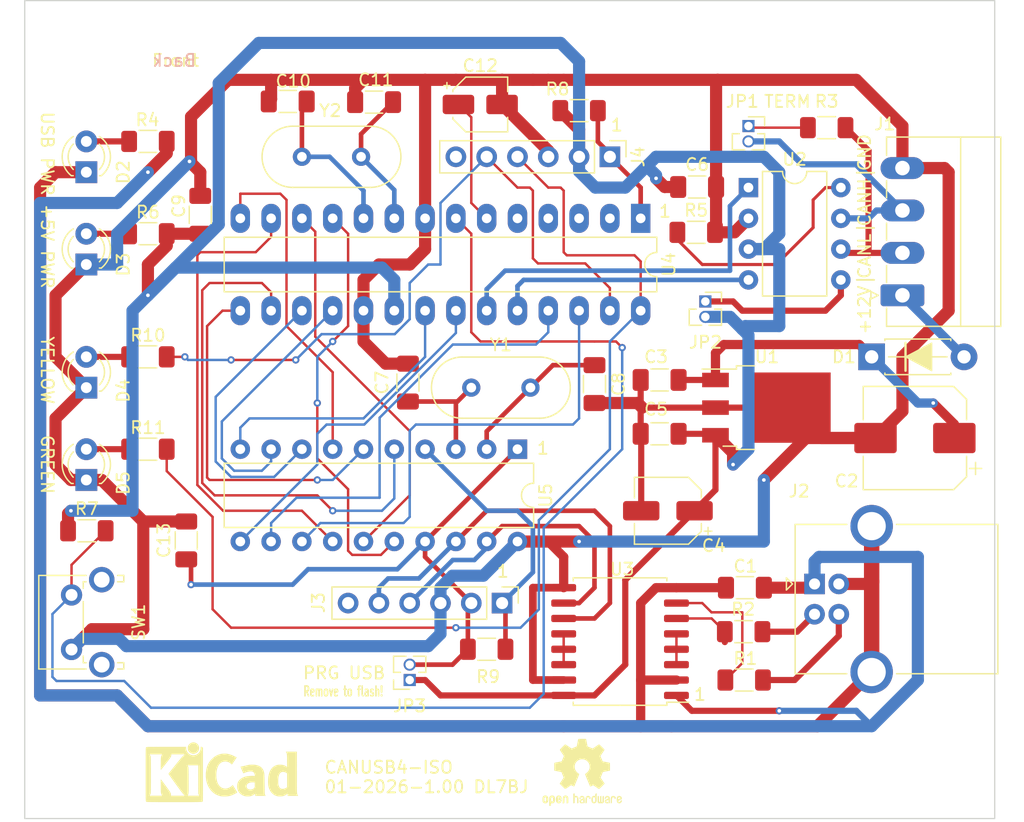
<source format=kicad_pcb>
(kicad_pcb
	(version 20241229)
	(generator "pcbnew")
	(generator_version "9.0")
	(general
		(thickness 1.6)
		(legacy_teardrops no)
	)
	(paper "A4")
	(layers
		(0 "F.Cu" signal)
		(2 "B.Cu" signal)
		(9 "F.Adhes" user "F.Adhesive")
		(11 "B.Adhes" user "B.Adhesive")
		(13 "F.Paste" user)
		(15 "B.Paste" user)
		(5 "F.SilkS" user "F.Silkscreen")
		(7 "B.SilkS" user "B.Silkscreen")
		(1 "F.Mask" user)
		(3 "B.Mask" user)
		(17 "Dwgs.User" user "User.Drawings")
		(19 "Cmts.User" user "User.Comments")
		(21 "Eco1.User" user "User.Eco1")
		(23 "Eco2.User" user "User.Eco2")
		(25 "Edge.Cuts" user)
		(27 "Margin" user)
		(31 "F.CrtYd" user "F.Courtyard")
		(29 "B.CrtYd" user "B.Courtyard")
		(35 "F.Fab" user)
		(33 "B.Fab" user)
		(39 "User.1" user)
		(41 "User.2" user)
		(43 "User.3" user)
		(45 "User.4" user)
	)
	(setup
		(pad_to_mask_clearance 0)
		(allow_soldermask_bridges_in_footprints no)
		(tenting front back)
		(pcbplotparams
			(layerselection 0x00000000_00000000_55555555_5755f5ff)
			(plot_on_all_layers_selection 0x00000000_00000000_00000000_00000000)
			(disableapertmacros no)
			(usegerberextensions no)
			(usegerberattributes yes)
			(usegerberadvancedattributes yes)
			(creategerberjobfile yes)
			(dashed_line_dash_ratio 12.000000)
			(dashed_line_gap_ratio 3.000000)
			(svgprecision 4)
			(plotframeref no)
			(mode 1)
			(useauxorigin no)
			(hpglpennumber 1)
			(hpglpenspeed 20)
			(hpglpendiameter 15.000000)
			(pdf_front_fp_property_popups yes)
			(pdf_back_fp_property_popups yes)
			(pdf_metadata yes)
			(pdf_single_document no)
			(dxfpolygonmode yes)
			(dxfimperialunits yes)
			(dxfusepcbnewfont yes)
			(psnegative no)
			(psa4output no)
			(plot_black_and_white yes)
			(sketchpadsonfab no)
			(plotpadnumbers no)
			(hidednponfab no)
			(sketchdnponfab yes)
			(crossoutdnponfab yes)
			(subtractmaskfromsilk no)
			(outputformat 1)
			(mirror no)
			(drillshape 1)
			(scaleselection 1)
			(outputdirectory "")
		)
	)
	(net 0 "")
	(net 1 "GNDA")
	(net 2 "+5VA")
	(net 3 "Net-(D1-K)")
	(net 4 "GND")
	(net 5 "+5V")
	(net 6 "Net-(U5-RA4{slash}IOCA3{slash}AN3{slash}OSC2{slash}CLKOUT)")
	(net 7 "Net-(U5-RA5{slash}IOCA5{slash}OSC1{slash}CLKIN)")
	(net 8 "Net-(U4-OSC2{slash}CLKOUT)")
	(net 9 "Net-(U4-OSC1{slash}CLKIN)")
	(net 10 "Net-(U4-Vcap)")
	(net 11 "Net-(J3-VDD)")
	(net 12 "+12V")
	(net 13 "Net-(D2-A)")
	(net 14 "Net-(D3-A)")
	(net 15 "Net-(D4-A)")
	(net 16 "Net-(D5-A)")
	(net 17 "/CANL")
	(net 18 "/CANH")
	(net 19 "Net-(J2-D+)")
	(net 20 "Net-(J2-D-)")
	(net 21 "/DD-")
	(net 22 "/DD+")
	(net 23 "unconnected-(J3-PGM{slash}LVP-Pad6)")
	(net 24 "Net-(J3-~{MCLR}{slash}VPP)")
	(net 25 "unconnected-(J4-PGM{slash}LVP-Pad6)")
	(net 26 "Net-(J4-PGC{slash}ICSPCLK)")
	(net 27 "/~{MCLR}")
	(net 28 "Net-(J4-PGD{slash}ICSPDAT)")
	(net 29 "Net-(JP1-A)")
	(net 30 "Net-(JP2-A)")
	(net 31 "Net-(U3-UD+)")
	(net 32 "Net-(U3-UD-)")
	(net 33 "Net-(U2-STBY)")
	(net 34 "Net-(U4-RA5{slash}AN4)")
	(net 35 "/CANTX")
	(net 36 "/CANRX")
	(net 37 "Net-(U3-PDEN)")
	(net 38 "Net-(U3-PIN)")
	(net 39 "/D2")
	(net 40 "/CDAV")
	(net 41 "/D0")
	(net 42 "/UDAV")
	(net 43 "/D3")
	(net 44 "/D5")
	(net 45 "unconnected-(U4-RA0{slash}AN0-Pad2)")
	(net 46 "unconnected-(U4-RA1{slash}AN1-Pad3)")
	(net 47 "/D7")
	(net 48 "/CREQ")
	(net 49 "unconnected-(U4-RA2{slash}Vref-{slash}AN2-Pad4)")
	(net 50 "unconnected-(U4-RA3{slash}Vref+{slash}AN3-Pad5)")
	(net 51 "/D6")
	(net 52 "/D4")
	(net 53 "/D1")
	(net 54 "/UREQ")
	(footprint "Resistor_SMD:R_1206_3216Metric_Pad1.30x1.75mm_HandSolder" (layer "F.Cu") (at 10.16 -55.88 180))
	(footprint "Package_DIP:DIP-8_W7.62mm" (layer "F.Cu") (at 59.69 -52.07))
	(footprint "MountingHole:MountingHole_3.5mm" (layer "F.Cu") (at 74.93 -5.08))
	(footprint "Connector_PinSocket_1.27mm:PinSocket_1x02_P1.27mm_Vertical" (layer "F.Cu") (at 59.69 -57.15))
	(footprint "Capacitor_SMD:C_1206_3216Metric_Pad1.33x1.80mm_HandSolder" (layer "F.Cu") (at 55.456154 -52.118005))
	(footprint "Resistor_SMD:R_1206_3216Metric_Pad1.30x1.75mm_HandSolder" (layer "F.Cu") (at 55.377711 -48.376511))
	(footprint "Symbol:OSHW-Logo2_7.3x6mm_SilkScreen" (layer "F.Cu") (at 45.974 -3.81))
	(footprint "LED_THT:LED_D3.0mm" (layer "F.Cu") (at 5.08 -53.34 90))
	(footprint "Capacitor_SMD:CP_Elec_5x5.9" (layer "F.Cu") (at 53.045 -25.4 180))
	(footprint "Capacitor_SMD:C_1206_3216Metric_Pad1.33x1.80mm_HandSolder" (layer "F.Cu") (at 31.60497 -35.976571 90))
	(footprint "LED_THT:LED_D3.0mm" (layer "F.Cu") (at 5.08 -45.72 90))
	(footprint "PCM_Diode_THT_AKL:D_DO-41_SOD81_P7.62mm_Horizontal" (layer "F.Cu") (at 69.85 -38.1))
	(footprint "Capacitor_SMD:C_1206_3216Metric_Pad1.33x1.80mm_HandSolder" (layer "F.Cu") (at 59.3975 -19.05 180))
	(footprint "Connector_Phoenix_MC:PhoenixContact_MC_1,5_4-G-3.5_1x04_P3.50mm_Horizontal" (layer "F.Cu") (at 72.39 -43.18 90))
	(footprint "Connector_PinHeader_2.54mm:PinHeader_1x06_P2.54mm_Vertical" (layer "F.Cu") (at 39.369999 -17.78 -90))
	(footprint "Capacitor_SMD:C_1206_3216Metric_Pad1.33x1.80mm_HandSolder" (layer "F.Cu") (at 13.32199 -22.951487 90))
	(footprint "Resistor_SMD:R_1206_3216Metric_Pad1.30x1.75mm_HandSolder" (layer "F.Cu") (at 10.16 -30.48 180))
	(footprint "LED_THT:LED_D3.0mm" (layer "F.Cu") (at 5.08 -27.94 90))
	(footprint "Button_Switch_THT:SW_Tactile_SPST_Angled_PTS645Vx58-2LFS" (layer "F.Cu") (at 3.86 -13.95 90))
	(footprint "Capacitor_SMD:C_1206_3216Metric_Pad1.33x1.80mm_HandSolder" (layer "F.Cu") (at 46.99 -35.8525 -90))
	(footprint "MountingHole:MountingHole_3.5mm" (layer "F.Cu") (at 5.08 -62.23))
	(footprint "Capacitor_SMD:CP_Elec_4x5.3" (layer "F.Cu") (at 37.57 -58.928))
	(footprint "Connector_PinHeader_2.54mm:PinHeader_1x06_P2.54mm_Vertical" (layer "F.Cu") (at 48.26 -54.61 -90))
	(footprint "Resistor_SMD:R_1206_3216Metric_Pad1.30x1.75mm_HandSolder" (layer "F.Cu") (at 10.16 -38.1 180))
	(footprint "Package_DIP:DIP-28_W7.62mm_LongPads" (layer "F.Cu") (at 50.8 -49.53 -90))
	(footprint "Resistor_SMD:R_1206_3216Metric_Pad1.30x1.75mm_HandSolder" (layer "F.Cu") (at 10.16 -48.26 180))
	(footprint "Capacitor_SMD:C_1206_3216Metric_Pad1.33x1.80mm_HandSolder" (layer "F.Cu") (at 21.690347 -59.178302 180))
	(footprint "MountingHole:MountingHole_3.5mm" (layer "F.Cu") (at 5.08 -5.08))
	(footprint "Capacitor_SMD:C_1206_3216Metric_Pad1.33x1.80mm_HandSolder" (layer "F.Cu") (at 28.811477 -59.122638 180))
	(footprint "Resistor_SMD:R_1206_3216Metric_Pad1.30x1.75mm_HandSolder" (layer "F.Cu") (at 45.72 -58.42))
	(footprint "Resistor_SMD:R_1206_3216Metric_Pad1.30x1.75mm_HandSolder" (layer "F.Cu") (at 66.142746 -57.014864 180))
	(footprint "Capacitor_SMD:C_1206_3216Metric_Pad1.33x1.80mm_HandSolder" (layer "F.Cu") (at 52.3625 -36.195 180))
	(footprint "Crystal:Crystal_HC49-4H_Vertical" (layer "F.Cu") (at 22.86 -54.61))
	(footprint "Capacitor_SMD:CP_Elec_8x10"
		(layer "F.Cu")
		(uuid "982a7849-0bce-45f6-9b35-3334b6e1cfd5")
		(at 73.418554 -31.400148 180)
		(descr "SMD capacitor, aluminum electrolytic, Nichicon, 8.0x10mm")
		(tags "capacitor electrolytic")
		(property "Reference" "C2"
			(at 5.633343 -3.547082 0)
			(layer "F.SilkS")
			(uuid "b9e73566-4857-40de-80e9-d08542f13ca1")
			(effects
				(font
					(size 1 1)
					(thickness 0.15)
				)
			)
		)
		(property "Value" "100µF"
			(at 0 5.2 0)
			(layer "F.Fab")
			(uuid "dac73284-14fb-4323-9a54-7366eba0381f")
			(effects
				(font
					(size 1 1)
					(thickness 0.15)
				)
			)
		)
		(property "Datasheet" "~"
			(at 0 0 0)
			(layer "F.Fab")
			(hide yes)
			(uuid "0c6f0d6f-4b61-46c3-96d2-067874c2ede2")
			(effects
				(font
					(size 1.27 1.27)
					(thickness 0.15)
				)
			)
		)
		(property "Description" "Polarized capacitor, small symbol"
			(at 0 0 0)
			(layer "F.Fab")
			(hide yes)
			(uuid "cc540e51-8880-4e38-b964-18942ae9b986")
			(effects
				(font
					(size 1.27 1.27)
					(thickness 0.15)
				)
			)
		)
		(property ki_fp_filters "CP_*")
		(path "/cd0eddb2-13c0-4887-ac8c-6e75db4cf2db")
		(sheetname "/")
		(sheetfile "CANUSB4.kicad_sch")
		(attr smd)
		(fp_line
			(start 4.26 4.26)
			(end 4.26 1.51)
			(stroke
				(width 0.12)
				(type solid)
			)
			(layer "F.SilkS")
			(uuid "a9bdcaec-20da-4366-b34a-cfe8c62fceae")
		)
		(fp_line
			(start 4.26 -4.26)
			(end 4.26 -1.51)
			(stroke
				(width 0.12)
				(type solid)
			)
			(layer "F.SilkS")
			(uuid "760af3da-3f68-4231-9c47-14b4219947b5")
		)
		(fp_line
			(start -3.195563 4.26)
			(end 4.26 4.26)
			(stroke
				(width 0.12)
				(type solid)
			)
			(layer "F.SilkS")
			(uuid "c2ea765c-a2eb-4f1d-bda6-5417a6f2491b")
		)
		(fp_line
			(start -3.195563 -4.26)
			(end 4.26 -4.26)
			(stroke
				(width 0.12)
				(type solid)
			)
			(layer "F.SilkS")
			(uuid "4586df44-ad0c-4935-ac99-af3579f62b74")
		)
		(fp_line
			(start -4.26 3.195563)
			(end -3.195563 4.26)
			(stroke
				(width 0.12)
				(type solid)
			)
			(layer "F.SilkS")
			(uuid "0b1c5364-18a6-497f-89aa-4f567d3f5234")
		)
		(fp_line
			(start -4.26 3.195563)
			(end -4.26 1.51)
			(stroke
				(width 0.12)
				(type solid)
			)
			(layer "F.SilkS")
			(uuid "3393f3bc-ac94-44bb-8fff-2458ee4870ad")
		)
		(fp_line
			(start -4.26 -3.195563)
			(end -3.195563 -4.26)
			(stroke
				(width 0.12)
				(type solid)
			)
			(layer "F.SilkS")
			(uuid "37115ddb-a264-4e6f-80ed-9b5da7c3b140")
		)
		(fp_line
			(start -4.26 -3.195563)
			(end -4.26 -1.51)
			(stroke
				(width 0.12)
				(type solid)
			)
			(layer "F.SilkS")
			(uuid "8e1d9717-3f98-423d-8ce7-514776d28d35")
		)
		(fp_line
			(start -4.999999 -3.01)
			(end -5 -2.010001)
			(stroke
				(width 0.12)
				(type solid)
			)
			(layer "F.SilkS")
			(uuid "8f640b09-edb8-4d74-8ac8-c76622b3fd8c")
		)
		(fp_line
			(start -5.5 -2.51)
			(end -4.5 -2.510001)
			(stroke
				(width 0.12)
				(type solid)
			)
			(layer "F.SilkS")
			(uuid "c11cb81d-3f7a-4fc7-8bc2-b67cb94b8cc1")
		)
		(fp_line
			(start 5.25 1.5)
			(end 4.4 1.5)
			(stroke
				(width 0.05)
				(type solid)
			)
			(layer "F.CrtYd")
			(uuid "ebccbfcf-6134-4cf8-95ed-411f4036547c")
		)
		(fp_line
			(start 5.25 -1.5)
			(end 5.25 1.5)
			(stroke
				(width 0.05)
				(type solid)
			)
			(layer "F.CrtYd")
			(uuid "adf427bc-b2a8-4cba-bbe2-e17e0e8a3ce3")
		)
		(fp_line
			(start 4.4 1.5)
			(end 4.4 4.4)
			(stroke
				(width 0.05)
				(type solid)
			)
			(layer "F.CrtYd")
			(uuid "ef45c3e9-5825-433b-922d-7c35e6680c27")
		)
		(fp_line
			(start 4.4 -1.5)
			(end 5.25 -1.5)
			(stroke
				(width 0.05)
				(type solid)
			)
			(layer "F.CrtYd")
			(uuid "fc4bc912-2a07-4f41-bc71-eb7d1c9df0ff")
		)
		(fp_line
			(start 4.4 -4.4)
			(end 4.4 -1.5)
			(stroke
				(width 0.05)
				(type solid)
			)
			(layer "F.CrtYd")
			(uuid "bd4dab04-c428-44d5-b19b-543e3dcdb1f0")
		)
		(fp_line
			(start -3.25 4.4)
			(end 4.4 4.4)
			(stroke
				(width 0.05)
				(type solid)
			)
			(layer "F.CrtYd")
			(uuid "247852fd-6e2c-4c59-97bd-25483475ff89")
		)
		(fp_line
			(start -3.25 -4.4)
			(end 4.4 -4.4)
			(stroke
				(width 0.05)
				(type solid)
			)
			(layer "F.CrtYd")
			(uuid "31a4fcb9-c8d8-41ad-b032-a462faed6671")
		)
		(fp_line
			(start -4.4 3.25)
			(end -3.25 4.4)
			(stroke
				(width 0.05)
				(type solid)
			)
			(layer "F.CrtYd")
			(uuid "352c226b-d885-404e-b738-577a5b523124")
		)
		(fp_line
			(start -4.4 1.5)
			(end -4.4 3.25)
			(stroke
				(width 0.05)
				(type solid)
			)
			(layer "F.CrtYd")
			(uuid "1beb6712-df87-4188-a19c-ae7fbb80cc1b")
		)
		(fp_line
			(start -4.4 -1.5)
			(end -5.25 -1.5)
			(stroke
				(width 0.05)
				(type solid)
			)
			(layer "F.CrtYd")
			(uuid "e83c9333-4d8e-4c8d-bbf6-19514bf9d7a3")
		)
		(fp_line
			(start -4.4 -3.25)
			(end -3.25 -4.4)
			(stroke
				(width 0.05)
				(type solid)
			)
			(layer "F.CrtYd")
			(uuid "08a45c5e-3a01-49ef-bbfe-5d762e04e946")
		)
		(fp_line
			(start -4.4 -3.25)
			(end -4.4 -1.5)
			(stroke
				(width 0.05)
				(type solid)
			)
			(layer "F.CrtYd")
			(uuid "28aea7d2-5a32-41e0-abe9-8bf8a874a982")
		)
		(fp_line
			(start -5.25 1.5)
			(end -4.4 1.5)
			(stroke
				(width 0.05)
				(type solid)
			)
			(layer "F.CrtYd")
			(uuid "53825a2a-affe-4afa-928f-826f5bc91bed")
		)
		(fp_line
			(start -5.25 -1.5)
			(end -5.25 1.5)
			(stroke
				(width 0.05)
				(type solid)
			)
			(layer "F.CrtYd")
			(uuid "ba58d6c2-951d-487d-b1b5-1048cb4c5539")
		)
		(fp_line
			(start 4.15 -4.15)
			(end 4.15 4.15)
			(stroke
				(width 0.1)
				(type solid)
			)
			(layer "F.Fab")
			(uuid "68e24681-b9e6-46b5-bed0-1c4e539e2cf4")
		)
		(fp_line
			(start -3.15 4.150001)
			(end 4.15 4.15)
			(stroke
				(width 0.1)
				(type solid)
			)
			(layer "F.Fab")
			(uuid "b4b63c35-9f7f-49c3-b688-9129d8915654")
		)
		(fp_line
			(start -3.15 -4.150001)
			(end 4.15 -4.15)
			(stroke
				(width 0.1)
				(type solid)
			)
			(layer "F.Fab")
			(uuid "e4971156-b5c2-45c0-bd08-c0af483b0317")
		)
		(fp_line
			(start -3.162278 -1.9)
			(end -3.162278 -1.1)
			(stroke
				(width 0.1)
				(type solid)
			)
			(layer "F.Fab")
			(uuid "b028e79b-625c-4aed-a710-2c605e203cfe")
		)
		(fp_line
			(start -3.562278 -1.5)
			(end -2.762278 -1.5)
			(stroke
				(width 0.1)
				(type solid)
			)
			(layer "F.Fab")
			(uuid "e8de71cd-4c87-44c0-8a30-b0ec067e1fcf")
		)
		(fp_line
			(start -4.150001 3.15)
			(end -3.15 4.150001)
			(stroke
				(width 0.1)
				(type solid)
			)
			(layer "F.Fab")
			(uuid "03f9c9e1-6b1c-4d35-980b-b74f97e5890e")
		)
		(fp_line
			(start -4.150001 -3.15)
			(end -3.15 -4.150001)
			(stroke
				(width 0.1)
				(type solid)
			)
			(layer "F.Fab")
			(uuid "58b36346-5a2d-4389-a30d-355d85b22af6")
		)
		(fp_line
			(start -4.150001 -3.15)
			(end -4.150001 3.15)
			(stroke
				(width 0.1)
				(type solid)
			)
			(layer "F.Fab")
			(uuid "c212f981-99ee-46d2-91be-dddaeb675fc8")
		)
		(fp_circle
			(center 0 0)
			(end 4 0)
			(stroke
				(width 0.1)
				(type solid)
			)
			(fill no)
			(layer "F.Fab")
			(uuid "8860f454-1b0d-4885-8cfa-7f392165c2de")
		)
		(fp_text user "${REFERENCE}"
			(at 0 0 0)
			(layer "F.Fab")
			(uuid "057b85bc-2734-476c-959c-cdb1add93d01")
			(effects
				(font
					(size 1 1)
					(thickness 0.15)
				)
			)
		)
		(pad "1" smd roundrect
			(at -3.25 0 180)
			(size 3.5 2.5)
			(layers "F.Cu" "F.Mask" "F.Paste")
			(roundrect_rratio 0.1)
			(net 3 "Net-(D1-K)")
			(pintype "passive")
			(uuid "a13fbaa3-89ba-461e-8337-1e4ade801407")
		)
		(pad "2" smd roundrect
			(at 3.25 0 180)
			(size 3.5 2.5)
			(layers "F.Cu" "F.Mask" "F.Paste")
			(roundrect_rratio 0.1)
			(net 4 "GND")
			(pintype "passive")
			(uuid "d0bc9267-2c80-46e1-9442-92051a780d45")
		)
		(embedded_fonts no)
		(model "${KICAD6_3DMODEL_DIR}/Capacitor
... [182606 chars truncated]
</source>
